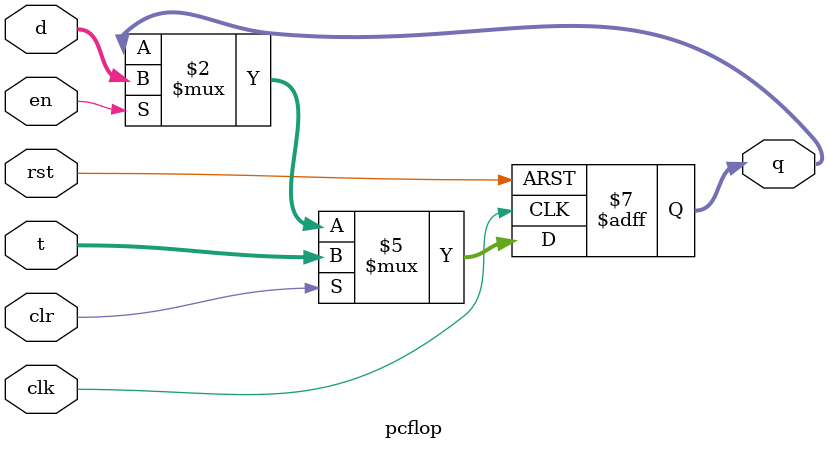
<source format=v>
`timescale 1ns / 1ps

module pcflop # (parameter WIDTH = 8) (
    input clk, rst,en,clr,
    input [WIDTH-1:0] d,
    input [WIDTH-1:0] t,
    output reg [WIDTH-1:0] q
);

always @ (posedge clk,posedge rst)
begin
    if(rst) begin
        q <= 32'hbfc0_0000;
    end else if (clr) begin
        q <= t;
    end else if (en) begin
        q <= d;
    end
end
endmodule

</source>
